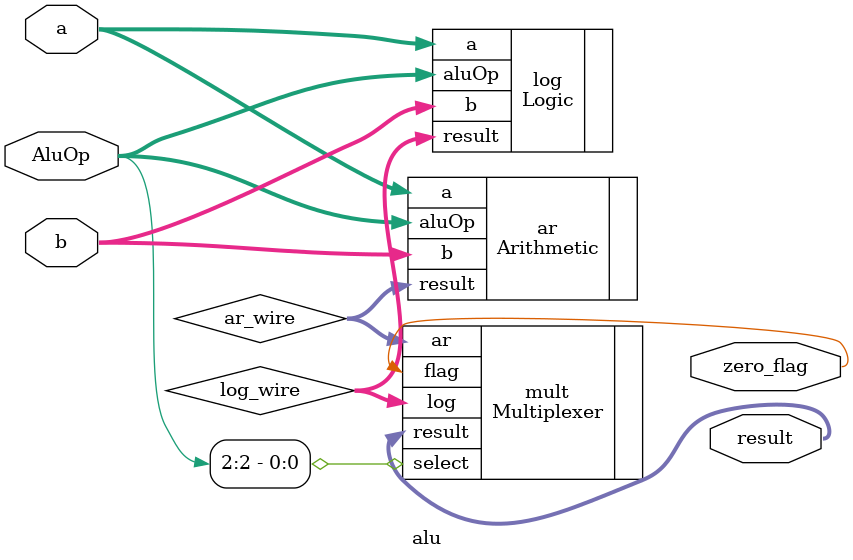
<source format=v>
`timescale 1ns / 1ps


module alu(input [31:0] a, b, input[3:0] AluOp, output [31:0] result, output zero_flag);

wire [31:0] ar_wire, log_wire;


//arithmetic
Arithmetic ar(.a(a), .b(b), .aluOp(AluOp), .result(ar_wire));

//logic
Logic log(.a(a), .b(b), .aluOp(AluOp), .result(log_wire));
//multiplexer 1:2

Multiplexer mult(.ar(ar_wire), .log(log_wire), .select(AluOp[2]), .result(result), .flag(zero_flag));



endmodule

</source>
